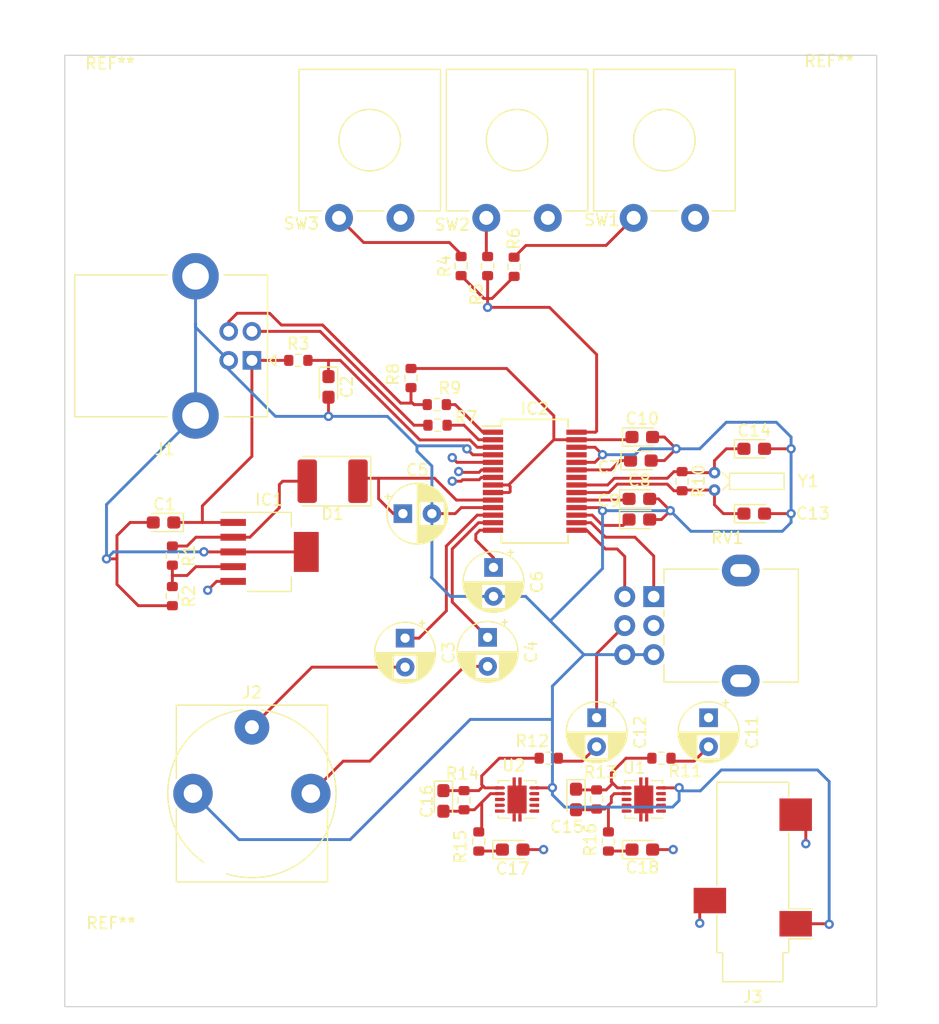
<source format=kicad_pcb>
(kicad_pcb (version 20211014) (generator pcbnew)
  (layers (0 "F.Cu" signal) (1 "In1.Cu" signal) (2 "In2.Cu" signal) (31 "B.Cu" signal) (34 "B.Paste" user) (35 "F.Paste" user) (36 "B.SilkS" user "B.Silkscreen") (37 "F.SilkS" user "F.Silkscreen") (38 "B.Mask" user) (39 "F.Mask" user) (44 "Edge.Cuts" user))
  (net 0 "")
  (net 1 "Net-(C1-Pad1)")
  (net 2 "GND")
  (net 3 "Net-(C2-Pad1)")
  (net 4 "/VINL")
  (net 5 "Net-(C3-Pad2)")
  (net 6 "/VINR")
  (net 7 "Net-(C4-Pad2)")
  (net 8 "Net-(C5-Pad1)")
  (net 9 "Net-(C6-Pad1)")
  (net 10 "Net-(C7-Pad1)")
  (net 11 "Net-(C8-Pad1)")
  (net 12 "Net-(C9-Pad1)")
  (net 13 "Net-(C10-Pad1)")
  (net 14 "Net-(C11-Pad1)")
  (net 15 "Net-(C11-Pad2)")
  (net 16 "Net-(C12-Pad1)")
  (net 17 "Net-(C12-Pad2)")
  (net 18 "Net-(C13-Pad1)")
  (net 19 "Net-(C14-Pad1)")
  (net 20 "Net-(C15-Pad1)")
  (net 21 "Net-(C15-Pad2)")
  (net 22 "Net-(C16-Pad1)")
  (net 23 "Net-(C16-Pad2)")
  (net 24 "Net-(C17-Pad1)")
  (net 25 "Net-(C17-Pad2)")
  (net 26 "Net-(C18-Pad1)")
  (net 27 "Net-(C18-Pad2)")
  (net 28 "/VCCCI")
  (net 29 "Net-(IC1-Pad4)")
  (net 30 "/ENABLE")
  (net 31 "Net-(IC2-Pad1)")
  (net 32 "Net-(IC2-Pad2)")
  (net 33 "Net-(IC2-Pad5)")
  (net 34 "Net-(IC2-Pad6)")
  (net 35 "Net-(IC2-Pad7)")
  (net 36 "/VOUTR")
  (net 37 "/VOUTL")
  (net 40 "Net-(J1-Pad2)")
  (net 41 "Net-(J1-Pad3)")
  (net 42 "Net-(R4-Pad2)")
  (net 43 "Net-(R5-Pad2)")
  (net 44 "Net-(R6-Pad2)")
  (footprint "Capacitor_Tantalum_SMD:CP_EIA-2012-15_AVX-P" (layer "F.Cu") (at 89.7905 124.46)
    (fp_text reference "C18")
    (fp_text value "CAP")
  )
  (footprint "Button_Switch_THT:SW_CW_GPTS203211B" (layer "F.Cu") (at 63.644 70.012 90)
    (fp_text reference "SW3")
    (fp_text value "SW_Push")
  )
  (footprint "Capacitor_THT:CP_Radial_D5.0mm_P2.50mm" (layer "F.Cu") (at 69.152888 95.504)
    (fp_text reference "C5")
    (fp_text value "CAP")
  )
  (footprint "Button_Switch_THT:SW_CW_GPTS203211B" (layer "F.Cu") (at 89.044 70.012 90)
    (fp_text reference "SW1")
    (fp_text value "SW_Push")
  )
  (footprint "Resistor_SMD:R_0603_1608Metric" (layer "F.Cu") (at 91.44 116.586 180)
    (fp_text reference "R11")
    (fp_text value "R")
  )
  (footprint "Resistor_SMD:R_0603_1608Metric" (layer "F.Cu") (at 72.073 86.106)
    (fp_text reference "R9")
    (fp_text value "R")
  )
  (footprint "Capacitor_Tantalum_SMD:CP_EIA-2012-15_AVX-P" (layer "F.Cu") (at 78.6145 124.46)
    (fp_text reference "C17")
    (fp_text value "CAP")
  )
  (footprint "Resistor_SMD:R_0603_1608Metric" (layer "F.Cu") (at 93.218 92.71 -90)
    (fp_text reference "R10")
    (fp_text value "R")
  )
  (footprint "MountingHole:MountingHole_2.2mm_M2" (layer "F.Cu") (at 43.9 59.9)
    (fp_text reference "REF**")
    (fp_text value "MountingHole_2.2mm_M2")
  )
  (footprint "Resistor_SMD:R_0603_1608Metric" (layer "F.Cu") (at 76.454 74.168 90)
    (fp_text reference "R5")
    (fp_text value "R")
  )
  (footprint "Capacitor_Tantalum_SMD:CP_EIA-2012-15_AVX-P" (layer "F.Cu") (at 99.4395 95.504)
    (fp_text reference "C13")
    (fp_text value "CAP")
  )
  (footprint "Capacitor_Tantalum_SMD:CP_EIA-2012-15_AVX-P" (layer "F.Cu") (at 72.644 120.2675 -90)
    (fp_text reference "C16")
    (fp_text value "CAP")
  )
  (footprint "Capacitor_Tantalum_SMD:CP_EIA-2012-15_AVX-P" (layer "F.Cu") (at 89.7875 88.9)
    (fp_text reference "C10")
    (fp_text value "CAP")
  )
  (footprint "Package_SO:SSOP-28_5.3x10.2mm_P0.65mm" (layer "F.Cu") (at 80.518 92.71)
    (fp_text reference "IC2")
    (fp_text value "PCM2900CDB")
  )
  (footprint "Capacitor_Tantalum_SMD:CP_EIA-2012-15_AVX-P" (layer "F.Cu") (at 99.4395 89.916)
    (fp_text reference "C14")
    (fp_text value "CAP")
  )
  (footprint "MountingHole:MountingHole_2.2mm_M2" (layer "F.Cu") (at 105.9 59.7)
    (fp_text reference "REF**")
    (fp_text value "MountingHole_2.2mm_M2")
  )
  (footprint "Capacitor_THT:CP_Radial_D5.0mm_P2.50mm" (layer "F.Cu") (at 95.504 113.094888 -90)
    (fp_text reference "C11")
    (fp_text value "CAP")
  )
  (footprint "Capacitor_THT:CP_Radial_D5.0mm_P2.50mm" (layer "F.Cu") (at 85.852 113.094888 -90)
    (fp_text reference "C12")
    (fp_text value "CAP")
  )
  (footprint "Resistor_SMD:R_0603_1608Metric" (layer "F.Cu") (at 85.852 120.142 -90)
    (fp_text reference "R13")
    (fp_text value "R")
  )
  (footprint "Connector_Audio:Jack_3.5mm_CUI_SJ-3523-SMT_Horizontal" (layer "F.Cu") (at 99.314 127.254 180)
    (fp_text reference "J3")
    (fp_text value "AudioJack3")
  )
  (footprint "Capacitor_Tantalum_SMD:CP_EIA-2012-15_AVX-P" (layer "F.Cu") (at 84.074 120.142 -90)
    (fp_text reference "C15")
    (fp_text value "CAP")
  )
  (footprint "Package_SON:Texas_S-PVSON-N10" (layer "F.Cu") (at 78.994 120.142 180)
    (fp_text reference "U2")
    (fp_text value "OPA1622")
  )
  (footprint "Potentiometer_THT:Potentiometer_Alpha_RD902F-40-00D_Dual_Vertical" (layer "F.Cu") (at 90.775 102.656)
    (fp_text reference "RV1")
    (fp_text value "R_Potentiometer_Dual")
  )
  (footprint "Resistor_SMD:R_0603_1608Metric" (layer "F.Cu") (at 74.422 120.205 -90)
    (fp_text reference "R14")
    (fp_text value "R")
  )
  (footprint "Resistor_SMD:R_0603_1608Metric" (layer "F.Cu") (at 49.276 102.616 -90)
    (fp_text reference "R2")
    (fp_text value "R")
  )
  (footprint "Capacitor_THT:CP_Radial_D5.0mm_P2.50mm" (layer "F.Cu") (at 69.342 106.236888 -90)
    (fp_text reference "C3")
    (fp_text value "CAP")
  )
  (footprint "Package_SON:Texas_S-PVSON-N10" (layer "F.Cu") (at 89.916 120.142 180)
    (fp_text reference "U1")
    (fp_text value "OPA1622")
  )
  (footprint "Connector_USB:USB_B_Lumberg_2411_02_Horizontal" (layer "F.Cu") (at 56.134 82.296 180)
    (fp_text reference "J1")
    (fp_text value "USB_B")
  )
  (footprint "Resistor_SMD:R_0603_1608Metric" (layer "F.Cu") (at 74.168 74.168 90)
    (fp_text reference "R4")
    (fp_text value "R")
  )
  (footprint "Diode_SMD:D_2114_3652Metric" (layer "F.Cu") (at 63.0905 92.71 180)
    (fp_text reference "D1")
    (fp_text value "D_Schottky")
  )
  (footprint "Resistor_SMD:R_0603_1608Metric" (layer "F.Cu") (at 69.85 83.82 -90)
    (fp_text reference "R8")
    (fp_text value "R")
  )
  (footprint "Capacitor_THT:CP_Radial_D5.0mm_P2.50mm" (layer "F.Cu") (at 76.962 100.140888 -90)
    (fp_text reference "C6")
    (fp_text value "CAP")
  )
  (footprint "Button_Switch_THT:SW_CW_GPTS203211B" (layer "F.Cu") (at 76.344 70.012 90)
    (fp_text reference "SW2")
    (fp_text value "SW_Push")
  )
  (footprint "Resistor_SMD:R_0603_1608Metric" (layer "F.Cu") (at 78.74 74.231 90)
    (fp_text reference "R6")
    (fp_text value "R")
  )
  (footprint "Resistor_SMD:R_0603_1608Metric" (layer "F.Cu") (at 72.136 87.884)
    (fp_text reference "R7")
    (fp_text value "R")
  )
  (footprint "Capacitor_Tantalum_SMD:CP_EIA-2012-15_AVX-P" (layer "F.Cu") (at 89.5365 94.234)
    (fp_text reference "C8")
    (fp_text value "CAP")
  )
  (footprint "Resistor_SMD:R_0603_1608Metric" (layer "F.Cu") (at 86.868 123.761 -90)
    (fp_text reference "R16")
    (fp_text value "R")
  )
  (footprint "Resistor_SMD:R_0603_1608Metric" (layer "F.Cu") (at 81.725 116.586 180)
    (fp_text reference "R12")
    (fp_text value "R")
  )
  (footprint "Capacitor_Tantalum_SMD:CP_EIA-2012-15_AVX-P" (layer "F.Cu") (at 48.514 96.266 180)
    (fp_text reference "C1")
    (fp_text value "CAP")
  )
  (footprint "Package_TO_SOT_SMD:SOT-223-6" (layer "F.Cu") (at 57.658 98.806)
    (fp_text reference "IC1")
    (fp_text value "REG103GA-A")
  )
  (footprint "Crystal:Crystal_DS10_D1.0mm_L4.3mm_Horizontal" (layer "F.Cu") (at 96.012 93.472 90)
    (fp_text reference "Y1")
    (fp_text value "Crystal")
  )
  (footprint "MountingHole:MountingHole_2.2mm_M2" (layer "F.Cu") (at 44 134)
    (fp_text reference "REF**")
    (fp_text value "MountingHole_2.2mm_M2")
  )
  (footprint "Capacitor_Tantalum_SMD:CP_EIA-2012-15_AVX-P" (layer "F.Cu") (at 62.738 84.582 -90)
    (fp_text reference "C2")
    (fp_text value "CAP")
  )
  (footprint "Resistor_SMD:R_0603_1608Metric" (layer "F.Cu") (at 75.692 123.761 -90)
    (fp_text reference "R15")
    (fp_text value "R")
  )
  (footprint "Resistor_SMD:R_0603_1608Metric" (layer "F.Cu") (at 60.135 82.296)
    (fp_text reference "R3")
    (fp_text value "R")
  )
  (footprint "Resistor_SMD:R_0603_1608Metric" (layer "F.Cu") (at 49.276 99.123 -90)
    (fp_text reference "R1")
    (fp_text value "R")
  )
  (footprint "Capacitor_Tantalum_SMD:CP_EIA-2012-15_AVX-P" (layer "F.Cu") (at 89.5365 96.012)
    (fp_text reference "C9")
    (fp_text value "CAP")
  )
  (footprint "Capacitor_Tantalum_SMD:CP_EIA-2012-15_AVX-P" (layer "F.Cu") (at 89.662 90.932)
    (fp_text reference "C7")
    (fp_text value "CAP")
  )
  (footprint "Connector_Audio:Jack_6.35mm_Neutrik_NJ3FD-V_Vertical" (layer "F.Cu") (at 56.134 113.914)
    (fp_text reference "J2")
    (fp_text value "AudioJack3")
  )
  (footprint "Capacitor_THT:CP_Radial_D5.0mm_P2.50mm" (layer "F.Cu") (at 76.454 106.172 -90)
    (fp_text reference "C4")
    (fp_text value "CAP")
  )
  (gr_rect (start 110 138) (end 40 56) (layer "Edge.Cuts") (width 0.1) (fill none))
  (segment (start 56.134 82.296) (end 56.134 90.566) (width 0.25) (layer "F.Cu") (net 1))
  (segment (start 56.134 90.566) (end 51.866 94.834) (width 0.25) (layer "F.Cu") (net 1))
  (segment (start 51.866 96.266) (end 49.4015 96.266) (width 0.25) (layer "F.Cu") (net 1))
  (segment (start 54.5205 96.266) (end 51.866 96.266) (width 0.25) (layer "F.Cu") (net 1))
  (segment (start 56.134 82.296) (end 59.31 82.296) (width 0.25) (layer "F.Cu") (net 1))
  (segment (start 51.866 94.834) (end 51.866 96.266) (width 0.25) (layer "F.Cu") (net 1))
  (segment (start 91.676 119.142) (end 92.948 119.142) (width 0.25) (layer "F.Cu") (net 2))
  (segment (start 84.118 91.085) (end 85.699 91.085) (width 0.25) (layer "F.Cu") (net 2))
  (segment (start 54.5205 98.806) (end 52.006 98.806) (width 0.25) (layer "F.Cu") (net 2))
  (segment (start 73.66 95.504) (end 71.652888 95.504) (width 0.25) (layer "F.Cu") (net 2))
  (segment (start 44.5 101.6) (end 44.5 99.4) (width 0.25) (layer "F.Cu") (net 2))
  (segment (start 76.918 94.985) (end 74.179 94.985) (width 0.25) (layer "F.Cu") (net 2))
  (segment (start 82.026 119.142) (end 82.042 119.126) (width 0.25) (layer "F.Cu") (net 2))
  (segment (start 74.179 94.985) (end 73.66 95.504) (width 0.25) (layer "F.Cu") (net 2))
  (segment (start 86.095 94.985) (end 86.36 95.25) (width 0.25) (layer "F.Cu") (net 2))
  (segment (start 91.694 88.9) (end 92.71 89.916) (width 0.25) (layer "F.Cu") (net 2))
  (segment (start 100.327 89.916) (end 102.616 89.916) (width 0.25) (layer "F.Cu") (net 2))
  (segment (start 43.6 99.4) (end 44.5 99.4) (width 0.25) (layer "F.Cu") (net 2))
  (segment (start 52.006 98.806) (end 52 98.8) (width 0.25) (layer "F.Cu") (net 2))
  (segment (start 91.44 96.012) (end 92.202 95.25) (width 0.25) (layer "F.Cu") (net 2))
  (segment (start 62.738 85.4695) (end 62.738 87.122) (width 0.25) (layer "F.Cu") (net 2))
  (segment (start 84.118 94.985) (end 86.095 94.985) (width 0.25) (layer "F.Cu") (net 2))
  (segment (start 85.699 91.085) (end 86.36 90.424) (width 0.25) (layer "F.Cu") (net 2))
  (segment (start 91.186 94.234) (end 92.202 95.25) (width 0.25) (layer "F.Cu") (net 2))
  (segment (start 44.5 97.4) (end 45.634 96.266) (width 0.25) (layer "F.Cu") (net 2))
  (segment (start 49.276 103.441) (end 46.341 103.441) (width 0.25) (layer "F.Cu") (net 2))
  (segment (start 75.186402 90.435) (end 76.918 90.435) (width 0.25) (layer "F.Cu") (net 2))
  (segment (start 92.948 119.142) (end 92.964 119.126) (width 0.25) (layer "F.Cu") (net 2))
  (segment (start 44.5 99.4) (end 44.5 97.4) (width 0.25) (layer "F.Cu") (net 2))
  (segment (start 90.424 96.012) (end 91.44 96.012) (width 0.25) (layer "F.Cu") (net 2))
  (segment (start 105.854 130.854) (end 105.9 130.9) (width 0.25) (layer "F.Cu") (net 2))
  (segment (start 90.675 88.9) (end 91.694 88.9) (width 0.25) (layer "F.Cu") (net 2))
  (segment (start 45.634 96.266) (end 47.6265 96.266) (width 0.25) (layer "F.Cu") (net 2))
  (segment (start 46.341 103.441) (end 44.5 101.6) (width 0.25) (layer "F.Cu") (net 2))
  (segment (start 60.8205 98.806) (end 54.5205 98.806) (width 0.25) (layer "F.Cu") (net 2))
  (segment (start 91.694 90.932) (end 92.71 89.916) (width 0.25) (layer "F.Cu") (net 2))
  (segment (start 90.5495 90.932) (end 91.694 90.932) (width 0.25) (layer "F.Cu") (net 2))
  (segment (start 80.754 119.142) (end 82.026 119.142) (width 0.25) (layer "F.Cu") (net 2))
  (segment (start 74.671701 89.920299) (end 75.186402 90.435) (width 0.25) (layer "F.Cu") (net 2))
  (segment (start 85.721 89.785) (end 86.36 90.424) (width 0.25) (layer "F.Cu") (net 2))
  (segment (start 100.327 95.504) (end 102.616 95.504) (width 0.25) (layer "F.Cu") (net 2))
  (segment (start 90.424 94.234) (end 91.186 94.234) (width 0.25) (layer "F.Cu") (net 2))
  (segment (start 103.014 130.854) (end 105.854 130.854) (width 0.25) (layer "F.Cu") (net 2))
  (segment (start 84.118 89.785) (end 85.721 89.785) (width 0.25) (layer "F.Cu") (net 2))
  (via (at 52 98.8) (size 0.8) (drill 0.4) (layers "F.Cu" "B.Cu") (net 2))
  (via (at 102.616 95.504) (size 0.8) (drill 0.4) (layers "F.Cu" "B.Cu") (net 2))
  (via (at 82.042 119.126) (size 0.8) (drill 0.4) (layers "F.Cu" "B.Cu") (net 2))
  (via (at 92.964 119.126) (size 0.8) (drill 0.4) (layers "F.Cu" "B.Cu") (net 2))
  (via (at 92.71 89.916) (size 0.8) (drill 0.4) (layers "F.Cu" "B.Cu") (net 2))
  (via (at 102.616 89.916) (size 0.8) (drill 0.4) (layers "F.Cu" "B.Cu") (net 2))
  (via (at 74.671701 89.920299) (size 0.8) (drill 0.4) (layers "F.Cu" "B.Cu") (net 2))
  (via (at 86.36 95.25) (size 0.8) (drill 0.4) (layers "F.Cu" "B.Cu") (net 2))
  (via (at 62.738 87.122) (size 0.8) (drill 0.4) (layers "F.Cu" "B.Cu") (net 2))
  (via (at 43.6 99.4) (size 0.8) (drill 0.4) (layers "F.Cu" "B.Cu") (net 2))
  (via (at 105.9 130.9) (size 0.8) (drill 0.4) (layers "F.Cu" "B.Cu") (net 2))
  (via (at 86.36 90.424) (size 0.8) (drill 0.4) (layers "F.Cu" "B.Cu") (net 2))
  (via (at 92.202 95.25) (size 0.8) (drill 0.4) (layers "F.Cu" "B.Cu") (net 2))
  (segment (start 102.616 89.916) (end 102.616 95.504) (width 0.25) (layer "B.Cu") (net 2))
  (segment (start 74.413402 89.662) (end 70.362 89.662) (width 0.25) (layer "B.Cu") (net 2))
  (segment (start 104.9 117.6) (end 96.6 117.6) (width 0.25) (layer "B.Cu") (net 2))
  (segment (start 70.358 89.662) (end 67.818 87.122) (width 0.25) (layer "B.Cu") (net 2))
  (segment (start 51.274 79.126) (end 51.274 75.046) (width 0.25) (layer "B.Cu") (net 2))
  (segment (start 51.274 87.046) (end 43.6 94.72) (width 0.25) (layer "B.Cu") (net 2))
  (segment (start 82.042 119.126) (end 82.042 119.742) (width 0.25) (layer "B.Cu") (net 2))
  (segment (start 71.652888 100.947112) (end 71.652888 95.504) (width 0.25) (layer "B.Cu") (net 2))
  (segment (start 93.98 97.028) (end 101.854 97.028) (width 0.25) (layer "B.Cu") (net 2))
  (segment (start 54.134 82.296) (end 51.274 79.436) (width 0.25) (layer "B.Cu") (net 2))
  (segment (start 54.134 83.09) (end 58.166 87.122) (width 0.25) (layer "B.Cu") (net 2))
  (segment (start 86.36 95.25) (end 86.36 100.24) (width 0.25) (layer "B.Cu") (net 2))
  (segment (start 92.71 89.916) (end 94.742 89.916) (width 0.25) (layer "B.Cu") (net 2))
  (segment (start 54.134 82.296) (end 54.134 83.09) (width 0.25) (layer "B.Cu") (net 2))
  (segment (start 83.1 120.8) (end 92.4 120.8) (width 0.25) (layer "B.Cu") (net 2))
  (segment (start 81.85 104.75) (end 84.756 107.656) (width 0.25) (layer "B.Cu") (net 2))
  (segment (start 93.238 119.4) (end 92.964 119.126) (width 0.25) (layer "B.Cu") (net 2))
  (segment (start 52 98.8) (end 44.2 98.8) (width 0.25) (layer "B.Cu") (net 2))
  (segment (start 97.028 87.63) (end 101.346 87.63) (width 0.25) (layer "B.Cu") (net 2))
  (segment (start 51.274 87.046) (end 51.274 79.126) (width 0.25) (layer "B.Cu") (net 2))
  (segment (start 89.154 90.424) (end 89.662 89.916) (width 0.25) (layer "B.Cu") (net 2))
  (segment (start 51.054 119.634) (end 55.02 123.6) (width 0.25) (layer "B.Cu") (net 2))
  (segment (start 92.202 95.25) (end 93.98 97.028) (width 0.25) (layer "B.Cu") (net 2))
  (segment (start 84.756 107.656) (end 82.042 110.37) (width 0.25) (layer "B.Cu") (net 2))
  (segment (start 70.362 89.662) (end 70.358 89.662) (width 0.25) (layer "B.Cu") (net 2))
  (segment (start 86.36 95.25) (end 92.202 95.25) (width 0.25) (layer "B.Cu") (net 2))
  (segment (start 79.740888 102.640888) (end 81.85 104.75) (width 0.25) (layer "B.Cu") (net 2))
  (segment (start 70.362 90.114919) (end 70.362 89.662) (width 0.25) (layer "B.Cu") (net 2))
  (segment (start 51.274 79.436) (end 51.274 79.126) (width 0.25) (layer "B.Cu") (net 2))
  (segment (start 43.6 94.72) (end 43.6 99.4) (width 0.25) (layer "B.Cu") (net 2))
  (segment (start 86.36 90.424) (end 89.154 90.424) (width 0.25) (layer "B.Cu") (net 2))
  (segment (start 89.662 89.916) (end 92.71 89.916) (width 0.25) (layer "B.Cu") (net 2))
  (segment (start 71.652888 95.504) (end 71.652888 91.405807) (width 0.25) (layer "B.Cu") (net 2))
  (segment (start 94.742 89.916) (end 97.028 87.63) (width 0.25) (layer "B.Cu") (net 2))
  (segment (start 82.042 119.742) (end 83.1 120.8) (width 0.25) (layer "B.Cu") (net 2))
  (segment (start 44.2 98.8) (end 43.6 99.4) (width 0.25) (layer "B.Cu") (net 2))
  (segment (start 96.6 117.6) (end 94.8 119.4) (width 0.25) (layer "B.Cu") (net 2))
  (segment (start 55.02 123.6) (end 64.6 123.6) (width 0.25) (layer "B.Cu") (net 2))
  (segment (start 94.8 119.4) (end 93.238 119.4) (width 0.25) (layer "B.Cu") (net 2))
  (segment (start 76.962 102.640888) (end 79.740888 102.640888) (width 0.25) (layer "B.Cu") (net 2))
  (segment (start 105.9 130.9) (end 105.9 118.6) (width 0.25) (layer "B.Cu") (net 2))
  (segment (start 105.9 118.6) (end 104.9 117.6) (width 0.25) (layer "B.Cu") (net 2))
  (segment (start 92.4 120.8) (end 92.964 120.236) (width 0.25) (layer "B.Cu") (net 2))
  (segment (start 71.652888 91.405807) (end 70.362 90.114919) (width 0.25) (layer "B.Cu") (net 2))
  (segment (start 101.854 97.028) (end 102.616 96.266) (width 0.25) (layer "B.Cu") (net 2))
  (segment (start 86.36 100.24) (end 81.85 104.75) (width 0.25) (layer "B.Cu") (net 2))
  (segment (start 102.616 88.9) (end 102.616 89.916) (width 0.25) (layer "B.Cu") (net 2))
  (segment (start 64.6 123.6) (end 74.958 113.242) (width 0.25) (layer "B.Cu") (net 2))
  (segment (start 73.240888 102.640888) (end 71.6 101) (width 0.25) (layer "B.Cu") (net 2))
  (segment (start 67.818 87.122) (end 62.738 87.122) (width 0.25) (layer "B.Cu") (net 2))
  (segment (start 88.275 107.656) (end 90.775 107.656) (width 0.25) (layer "B.Cu") (net 2))
  (segment (start 102.616 96.266) (end 102.616 95.504) (width 0.25) (layer "B.Cu") (net 2))
  (segment (start 101.346 87.63) (end 102.616 88.9) (width 0.25) (layer "B.Cu") (net 2))
  (segment (start 74.671701 89.920299) (end 74.413402 89.662) (width 0.25) (layer "B.Cu") (net 2))
  (segment (start 82.042 113.242) (end 82.042 119.126) (width 0.25) (layer "B.Cu") (net 2))
  (segment (start 76.962 102.640888) (end 73.240888 102.640888) (width 0.25) (layer "B.Cu") (net 2))
  (segment (start 58.166 87.122) (end 62.738 87.122) (width 0.25) (layer "B.Cu") (net 2))
  (segment (start 74.958 113.242) (end 82.042 113.242) (width 0.25) (layer "B.Cu") (net 2))
  (segment (start 84.756 107.656) (end 88.275 107.656) (width 0.25) (layer "B.Cu") (net 2))
  (segment (start 82.042 110.37) (end 82.042 113.242) (width 0.25) (layer "B.Cu") (net 2))
  (segment (start 71.6 101) (end 71.652888 100.947112) (width 0.25) (layer "B.Cu") (net 2))
  (segment (start 92.964 120.236) (end 92.964 119.126) (width 0.25) (layer "B.Cu") (net 2))
  (segment (start 70.612 89.154) (end 63.754 82.296) (width 0.25) (layer "F.Cu") (net 3))
  (segment (start 62.738 83.6945) (end 62.738 82.296) (width 0.25) (layer "F.Cu") (net 3))
  (segment (start 63.754 82.296) (end 62.738 82.296) (width 0.25) (layer "F.Cu") (net 3))
  (segment (start 74.93 89.154) (end 70.612 89.154) (width 0.25) (layer "F.Cu") (net 3))
  (segment (start 76.918 89.785) (end 75.561 89.785) (width 0.25) (layer "F.Cu") (net 3))
  (segment (start 62.738 82.296) (end 60.96 82.296) (width 0.25) (layer "F.Cu") (net 3))
  (segment (start 75.561 89.785) (end 74.93 89.154) (width 0.25) (layer "F.Cu") (net 3))
  (segment (start 75.561 95.635) (end 72.898 98.298) (width 0.25) (layer "F.Cu") (net 4))
  (segment (start 72.898 98.298) (end 72.898 103.886) (width 0.25) (layer "F.Cu") (net 4))
  (segment (start 76.918 95.635) (end 75.561 95.635) (width 0.25) (layer "F.Cu") (net 4))
  (segment (start 72.898 103.886) (end 70.547112 106.236888) (width 0.25) (layer "F.Cu") (net 4))
  (segment (start 70.547112 106.236888) (end 69.342 106.236888) (width 0.25) (layer "F.Cu") (net 4))
  (segment (start 69.342 108.736888) (end 61.311112 108.736888) (width 0.25) (layer "F.Cu") (net 5))
  (segment (start 61.311112 108.736888) (end 56.134 113.914) (width 0.25) (layer "F.Cu") (net 5))
  (segment (start 73.406 98.552) (end 73.406 103.124) (width 0.25) (layer "F.Cu") (net 6))
  (segment (start 75.673 96.285) (end 76.918 96.285) (width 0.25) (layer "F.Cu") (net 6))
  (segment (start 73.406 103.124) (end 76.454 106.172) (width 0.25) (layer "F.Cu") (net 6))
  (segment (start 73.406 98.552) (end 75.673 96.285) (width 0.25) (layer "F.Cu") (net 6))
  (segment (start 66.294 116.84) (end 64.008 116.84) (width 0.25) (layer "F.Cu") (net 7))
  (segment (start 64.008 116.84) (end 61.214 119.634) (width 0.25) (layer "F.Cu") (net 7))
  (segment (start 76.454 108.672) (end 74.462 108.672) (width 0.25) (layer "F.Cu") (net 7))
  (segment (start 74.462 108.672) (end 66.294 116.84) (width 0.25) (layer "F.Cu") (net 7))
  (segment (start 69.152888 95.504) (end 68.326 95.504) (width 0.25) (layer "F.Cu") (net 8))
  (segment (start 73.761 94.335) (end 71.882 92.456) (width 0.25) (layer "F.Cu") (net 8))
  (segment (start 76.918 94.335) (end 73.761 94.335) (width 0.25) (layer "F.Cu") (net 8))
  (segment (start 67.056 92.456) (end 65.532 92.456) (width 0.25) (layer "F.Cu") (net 8))
  (segment (start 68.326 95.504) (end 67.056 94.234) (width 0.25) (layer "F.Cu") (net 8))
  (segment (start 71.882 92.456) (end 67.056 92.456) (width 0.25) (layer "F.Cu") (net 8))
  (segment (start 65.532 92.456) (end 65.278 92.71) (width 0.25) (layer "F.Cu") (net 8))
  (segment (start 67.056 94.234) (end 67.056 92.456) (width 0.25) (layer "F.Cu") (net 8))
  (segment (start 75.785 96.935) (end 76.918 96.935) (width 0.25) (layer "F.Cu") (net 9))
  (segment (start 76.962 99.314) (end 75.438 97.79) (width 0.25) (layer "F.Cu") (net 9))
  (segment (start 76.962 100.140888) (end 76.962 99.314) (width 0.25) (layer "F.Cu") (net 9))
  (segment (start 75.438 97.282) (end 75.785 96.935) (width 0.25) (layer "F.Cu") (net 9))
  (segment (start 75.438 97.79) (end 75.438 97.282) (width 0.25) (layer "F.Cu") (net 9))
  (segment (start 87.081 91.735) (end 87.884 90.932) (width 0.25) (layer "F.Cu") (net 10))
  (segment (start 87.884 90.932) (end 88.7745 90.932) (width 0.25) (layer "F.Cu") (net 10))
  (segment (start 84.118 91.735) (end 87.081 91.735) (width 0.25) (layer "F.Cu") (net 10))
  (segment (start 88.548 94.335) (end 88.649 94.234) (width 0.25) (layer "F.Cu") (net 11))
  (segment (start 84.118 94.335) (end 88.548 94.335) (width 0.25) (layer "F.Cu") (net 11))
  (segment (start 86.36 96.52) (end 88.141 96.52) (width 0.25) (layer "F.Cu") (net 12))
  (segment (start 84.118 95.635) (end 85.475 95.635) (width 0.25) (layer "F.Cu") (net 12))
  (segment (start 88.141 96.52) (end 88.649 96.012) (width 0.25) (layer "F.Cu") (net 12))
  (segment (start 85.475 95.635) (end 86.36 96.52) (width 0.25) (layer "F.Cu") (net 12))
  (segment (start 78.265 93.035) (end 82.165 89.135) (width 0.25) (layer "F.Cu") (net 13))
  (segment (start 78.315 93.685) (end 78.4 93.6) (width 0.25) (layer "F.Cu") (net 13))
  (segment (start 82.165 89.135) (end 84.118 89.135) (width 0.25) (layer "F.Cu") (net 13))
  (segment (start 69.85 82.995) (end 78.095 82.995) (width 0.25) (layer "F.Cu") (net 13))
  (segment (start 78.4 93.6) (end 78.4 93.17) (width 0.25) (layer "F.Cu") (net 13))
  (segment (start 82.165 87.065) (end 82.165 89.135) (width 0.25) (layer "F.Cu") (net 13))
  (segment (start 76.918 93.035) (end 78.265 93.035) (width 0.25) (layer "F.Cu") (net 13))
  (segment (start 78.4 93.17) (end 78.265 93.035) (width 0.25) (layer "F.Cu") (net 13))
  (segment (start 76.918 93.685) (end 78.315 93.685) (width 0.25) (layer "F.Cu") (net 13))
  (segment (start 78.095 82.995) (end 82.165 87.065) (width 0.25) (layer "F.Cu") (net 13))
  (segment (start 88.665 89.135) (end 88.9 88.9) (width 0.25) (layer "F.Cu") (net 13))
  (segment (start 84.118 89.135) (end 88.665 89.135) (width 0.25) (layer "F.Cu") (net 13))
  (segment (start 94.258888 116.84) (end 92.519 116.84) (width 0.25) (layer "F.Cu") (net 15))
  (segment (start 92.519 116.84) (end 92.265 116.586) (width 0.25) (layer "F.Cu") (net 15))
  (segment (start 95.504 115.594888) (end 94.258888 116.84) (width 0.25) (layer "F.Cu") (net 15))
  (segment (start 88.275 105.156) (end 85.852 107.579) (width 0.25) (layer "F.Cu") (net 16))
  (segment (start 85.852 107.579) (end 85.852 113.094888) (width 0.25) (layer "F.Cu") (net 16))
  (segment (start 85.852 115.594888) (end 84.606888 116.84) (width 0.25) (layer "F.Cu") (net 17))
  (segment (start 82.804 116.84) (end 82.55 116.586) (width 0.25) (layer "F.Cu") (net 17))
  (segment (start 84.606888 116.84) (end 82.804 116.84) (width 0.25) (layer "F.Cu") (net 17))
  (segment (start 91.948 92.964) (end 92.519 93.535) (width 0.25) (layer "F.Cu") (net 18))
  (segment (start 87.63 92.964) (end 91.948 92.964) (width 0.25) (layer "F.Cu") (net 18))
  (segment (start 96.012 93.472) (end 96.012 94.742) (width 0.25) (layer "F.Cu") (net 18))
  (segment (start 93.218 93.535) (end 93.281 93.472) (width 0.25) (layer "F.Cu") (net 18))
  (segment (start 96.774 95.504) (end 98.552 95.504) (width 0.25) (layer "F.Cu") (net 18))
  (segment (start 86.909 93.685) (end 87.63 92.964) (width 0.25) (layer "F.Cu") (net 18))
  (segment (start 96.012 94.742) (end 96.774 95.504) (width 0.25) (layer "F.Cu") (net 18))
  (segment (start 84.118 93.685) (end 86.909 93.685) (width 0.25) (layer "F.Cu") (net 18))
  (segment (start 93.281 93.472) (end 96.012 93.472) (width 0.25) (layer "F.Cu") (net 18))
  (segment (start 92.519 93.535) (end 93.218 93.535) (width 0.25) (layer "F.Cu") (net 18))
  (segment (start 97.028 89.916) (end 98.552 89.916) (width 0.25) (layer "F.Cu") (net 19))
  (segment (start 87.376 92.456) (end 91.948 92.456) (width 0.25) (layer "F.Cu") (net 19))
  (segment (start 86.797 93.035) (end 87.376 92.456) (width 0.25) (layer "F.Cu") (net 19))
  (segment (start 96.012 91.972) (end 96.012 90.932) (width 0.25) (layer "F.Cu") (net 19))
  (segment (start 92.519 91.885) (end 93.218 91.885) (width 0.25) (layer "F.Cu") (net 19))
  (segment (start 96.012 90.932) (end 97.028 89.916) (width 0.25) (layer "F.Cu") (net 19))
  (segment (start 84.118 93.035) (end 86.797 93.035) (width 0.25) (layer "F.Cu") (net 19))
  (segment (start 93.218 91.885) (end 93.305 91.972) (width 0.25) (layer "F.Cu") (net 19))
  (segment (start 93.305 91.972) (end 96.012 91.972) (width 0.25) (layer "F.Cu") (net 19))
  (segment (start 91.948 92.456) (end 92.519 91.885) (width 0.25) (layer "F.Cu") (net 19))
  (segment (start 84.1365 119.317) (end 84.074 119.2545) (width 0.25) (layer "F.Cu") (net 20))
  (segment (start 88.392 116.586) (end 87.122 117.856) (width 0.25) (layer "F.Cu") (net 20))
  (segment (start 85.852 119.317) (end 84.1365 119.317) (width 0.25) (layer "F.Cu") (net 20))
  (segment (start 87.122 118.618) (end 87.249 118.745) (width 0.25) (layer "F.Cu") (net 20))
  (segment (start 85.852 119.317) (end 86.677 119.317) (width 0.25) (layer "F.Cu") (net 20))
  (segment (start 90.615 116.586) (end 88.392 116.586) (width 0.25) (layer "F.Cu") (net 20))
  (segment (start 87.122 117.856) (end 87.122 118.618) (width 0.25) (layer "F.Cu") (net 20))
  (segment (start 87.249 118.745) (end 87.646 119.142) (width 0.25) (layer "F.Cu") (net 20))
  (segment (start 87.646 119.142) (end 88.441 119.142) (width 0.25) (layer "F.Cu") (net 20))
  (segment (start 86.677 119.317) (end 87.249 118.745) (width 0.25) (layer "F.Cu") (net 20))
  (segment (start 86.868 122.936) (end 86.868 120.65) (width 0.25) (layer "F.Cu") (net 21))
  (segment (start 87.122 119.888) (end 87.368 119.642) (width 0.25) (layer "F.Cu") (net 21))
  (segment (start 84.074 121.0295) (end 85.7895 121.0295) (width 0.25) (layer "F.Cu") (net 21))
  (segment (start 85.7895 121.0295) (end 85.852 120.967) (width 0.25) (layer "F.Cu") (net 21))
  (segment (start 86.868 120.65) (end 87.122 120.396) (width 0.25) (layer "F.Cu") (net 21))
  (segment (start 87.368 119.642) (end 88.441 119.642) (width 0.25) (layer "F.Cu") (net 21))
  (segment (start 87.122 120.396) (end 87.122 119.888) (width 0.25) (layer "F.Cu") (net 21))
  (segment (start 85.852 120.967) (end 86.551 120.967) (width 0.25) (layer "F.Cu") (net 21))
  (segment (start 86.551 120.967) (end 86.868 120.65) (width 0.25) (layer "F.Cu") (net 21))
  (segment (start 76.216 119.142) (end 77.234 119.142) (width 0.25) (layer "F.Cu") (net 22))
  (segment (start 76.073 118.999) (end 76.216 119.142) (width 0.25) (layer "F.Cu") (net 22))
  (segment (start 74.422 119.38) (end 72.644 119.38) (width 0.25) (layer "F.Cu") (net 22))
  (segment (start 75.946 118.872) (end 76.073 118.999) (width 0.25) (layer "F.Cu") (net 22))
  (segment (start 75.692 119.38) (end 76.073 118.999) (width 0.25) (layer "F.Cu") (net 22))
  (segment (start 74.422 119.38) (end 75.692 119.38) (width 0.25) (layer "F.Cu") (net 22))
  (segment (start 77.47 116.586) (end 75.946 118.11) (width 0.25) (layer "F.Cu") (net 22))
  (segment (start 75.946 118.11) (end 75.946 118.872) (width 0.25) (layer "F.Cu") (net 22))
  (segment (start 80.9 116.586) (end 77.47 116.586) (width 0.25) (layer "F.Cu") (net 22))
  (segment (start 76.7 119.642) (end 77.519 119.642) (width 0.25) (layer "F.Cu") (net 23))
  (segment (start 75.692 122.936) (end 75.946 122.682) (width 0.25) (layer "F.Cu") (net 23))
  (segment (start 74.422 121.03) (end 75.312 121.03) (width 0.25) (layer "F.Cu") (net 23))
  (segment (start 75.312 121.03) (end 75.946 120.396) (width 0.25) (layer "F.Cu") (net 23))
  (segment (start 75.946 122.682) (end 75.946 120.396) (width 0.25) (layer "F.Cu") (net 23))
  (segment (start 75.946 120.396) (end 76.7 119.642) (width 0.25) (layer "F.Cu") (net 23))
  (segment (start 72.644 121.155) (end 74.297 121.155) (width 0.25) (layer "F.Cu") (net 23))
  (segment (start 74.297 121.155) (end 74.422 121.03) (width 0.25) (layer "F.Cu") (net 23))
  (segment (start 75.692 124.586) (end 77.601 124.586) (width 0.25) (layer "F.Cu") (net 24))
  (segment (start 77.601 124.586) (end 77.727 124.46) (width 0.25) (layer "F.Cu") (net 24))
  (segment (start 94.742 130.81) (end 94.742 129.726) (width 0.25) (layer "F.Cu") (net 25))
  (segment (start 79.502 124.46) (end 81.28 124.46) (width 0.25) (layer "F.Cu") (net 25))
  (segment (start 94.742 129.726) (end 95.614 128.854) (width 0.25) (layer "F.Cu") (net 25))
  (via (at 81.28 124.46) (size 0.8) (drill 0.4) (layers "F.Cu" "B.Cu") (net 25))
  (via (at 94.742 130.81) (size 0.8) (drill 0.4) (layers "F.Cu" "B.Cu") (net 25))
  (segment (start 88.777 124.586) (end 88.903 124.46) (width 0.25) (layer "F.Cu") (net 26))
  (segment (start 86.868 124.586) (end 88.777 124.586) (width 0.25) (layer "F.Cu") (net 26))
  (segment (start 90.678 124.46) (end 92.456 124.46) (width 0.25) (layer "F.Cu") (net 27))
  (segment (start 103.886 123.952) (end 103.886 122.326) (width 0.25) (layer "F.Cu") (net 27))
  (segment (start 103.886 122.326) (end 103.014 121.454) (width 0.25) (layer "F.Cu") (net 27))
  (via (at 92.456 124.46) (size 0.8) (drill 0.4) (layers "F.Cu" "B.Cu") (net 27))
  (via (at 103.886 123.952) (size 0.8) (drill 0.4) (layers "F.Cu" "B.Cu") (net 27))
  (segment (start 58.5 93) (end 58.79 92.71) (width 0.25) (layer "F.Cu") (net 28))
  (segment (start 50.546 98.298) (end 49.276 98.298) (width 0.25) (layer "F.Cu") (net 28))
  (segment (start 55.964 97.536) (end 58.5 95) (width 0.25) (layer "F.Cu") (net 28))
  (segment (start 54.5205 97.536) (end 55.964 97.536) (width 0.25) (layer "F.Cu") (net 28))
  (segment (start 54.5205 97.536) (end 51.308 97.536) (width 0.25) (layer "F.Cu") (net 28))
  (segment (start 58.79 92.71) (end 60.903 92.71) (width 0.25) (layer "F.Cu") (net 28))
  (segment (start 58.5 95) (end 58.5 93) (width 0.25) (layer "F.Cu") (net 28))
  (segment (start 51.308 97.536) (end 50.546 98.298) (width 0.25) (layer "F.Cu") (net 28))
  (segment (start 50.546 100.838) (end 49.276 100.838) (width 0.25) (layer "F.Cu") (net 29))
  (segment (start 51.308 100.076) (end 50.546 100.838) (width 0.25) (layer "F.Cu") (net 29))
  (segment (start 54.5205 100.076) (end 51.308 100.076) (width 0.25) (layer "F.Cu") (net 29))
  (segment (start 49.276 100.838) (end 49.276 101.791) (width 0.25) (layer "F.Cu") (net 29))
  (segment (start 49.276 99.948) (end 49.276 100.838) (width 0.25) (layer "F.Cu") (net 29))
  (segment (start 81.788 77.724) (end 85.852 81.788) (width 0.25) (layer "F.Cu") (net 30))
  (segment (start 78.74 75.056) (end 76.834 76.962) (width 0.25) (layer "F.Cu") (net 30))
  (segment (start 76.137 76.962) (end 74.168 74.993) (width 0.25) (layer "F.Cu") (net 30))
  (segment (start 76.454 77.724) (end 81.788 77.724) (width 0.25) (layer "F.Cu") (net 30))
  (segment (start 85.852 81.788) (end 85.852 88.392) (width 0.25) (layer "F.Cu") (net 30))
  (segment (start 76.834 76.962) (end 76.454 76.962) (width 0.25) (layer "F.Cu") (net 30))
  (segment (start 54.5205 101.346) (end 53.086 101.346) (width 0.25) (layer "F.Cu") (net 30))
  (segment (start 85.759 88.485) (end 84.118 88.485) (width 0.25) (layer "F.Cu") (net 30))
  (segment (start 76.454 76.962) (end 76.137 76.962) (width 0.25) (layer "F.Cu") (net 30))
  (segment (start 76.454 77.724) (end 76.454 76.962) (width 0.25) (layer "F.Cu") (net 30))
  (segment (start 85.852 88.392) (end 85.759 88.485) (width 0.25) (layer "F.Cu") (net 30))
  (segment (start 53.086 101.346) (end 52.324 102.108) (width 0.25) (layer "F.Cu") (net 30))
  (segment (start 76.454 74.993) (end 76.454 76.962) (width 0.25) (layer "F.Cu") (net 30))
  (via (at 52.324 102.108) (size 0.8) (drill 0.4) (layers "F.Cu" "B.Cu") (net 30))
  (via (at 76.454 77.724) (size 0.8) (drill 0.4) (layers "F.Cu" "B.Cu") (net 30))
  (segment (start 76.039 88.485) (end 73.66 86.106) (width 0.25) (layer "F.Cu") (net 31))
  (segment (start 76.918 88.485) (end 76.039 88.485) (width 0.25) (layer "F.Cu") (net 31))
  (segment (start 73.66 86.106) (end 72.898 86.106) (width 0.25) (layer "F.Cu") (net 31))
  (segment (start 74.422 87.884) (end 72.961 87.884) (width 0.25) (layer "F.Cu") (net 32))
  (segment (start 75.673 89.135) (end 74.422 87.884) (width 0.25) (layer "F.Cu") (net 32))
  (segment (start 76.918 89.135) (end 75.673 89.135) (width 0.25) (layer "F.Cu") (net 32))
  (segment (start 76.918 91.085) (end 73.813 91.085) (width 0.25) (layer "F.Cu") (net 33))
  (segment (start 73.813 91.085) (end 73.406 90.678) (width 0.25) (layer "F.Cu") (net 33))
  (via (at 73.406 90.678) (size 0.8) (drill 0.4) (layers "F.Cu" "B.Cu") (net 33))
  (segment (start 73.960424 91.878364) (end 74.03006 91.948) (width 0.25) (layer "F.Cu") (net 34))
  (segment (start 75.931 91.735) (end 76.918 91.735) (width 0.25) (layer "F.Cu") (net 34))
  (segment (start 74.03006 91.948) (end 75.718 91.948) (width 0.25) (layer "F.Cu") (net 34))
  (segment (start 75.718 91.948) (end 75.931 91.735) (width 0.25) (layer "F.Cu") (net 34))
  (via (at 73.960424 91.878364) (size 0.8) (drill 0.4) (layers "F.Cu" "B.Cu") (net 34))
  (segment (start 75.918 92.385) (end 76.918 92.385) (width 0.25) (layer "F.Cu") (net 35))
  (segment (start 75.718 92.585) (end 75.918 92.385) (width 0.25) (layer "F.Cu") (net 35))
  (segment (start 73.406 92.71) (end 74.178104 92.71) (width 0.25) (layer "F.Cu") (net 35))
  (segment (start 74.303104 92.585) (end 75.718 92.585) (width 0.25) (layer "F.Cu") (net 35))
  (segment (start 74.178104 92.71) (end 74.303104 92.585) (width 0.25) (layer "F.Cu") (net 35))
  (via (at 73.406 92.71) (size 0.8) (drill 0.4) (layers "F.Cu" "B.Cu") (net 35))
  (segment (start 86.614 98.552) (end 87.63 98.552) (width 0.25) (layer "F.Cu") (net 36))
  (segment (start 84.118 96.935) (end 84.997 96.935) (width 0.25) (layer "F.Cu") (net 36))
  (segment (start 84.997 96.935) (end 86.614 98.552) (width 0.25) (layer "F.Cu") (net 36))
  (segment (start 88.275 99.197) (end 88.275 102.656) (width 0.25) (layer "F.Cu") (net 36))
  (segment (start 87.63 98.552) (end 88.275 99.197) (width 0.25) (layer "F.Cu") (net 36))
  (segment (start 90.775 99.157) (end 90.775 102.656) (width 0.25) (layer "F.Cu") (net 37))
  (segment (start 86.614 97.536) (end 89.154 97.536) (width 0.25) (layer "F.Cu") (net 37))
  (segment (start 89.154 97.536) (end 90.775 99.157) (width 0.25) (layer "F.Cu") (net 37))
  (segment (start 84.118 96.285) (end 85.363 96.285) (width 0.25) (layer "F.Cu") (net 37))
  (segment (start 85.363 96.285) (end 86.614 97.536) (width 0.25) (layer "F.Cu") (net 37))
  (segment (start 62.016 79.796) (end 56.134 79.796) (width 0.25) (layer "F.Cu") (net 40))
  (segment (start 71.311 87.884) (end 70.104 87.884) (width 0.25) (layer "F.Cu") (net 40))
  (segment (start 70.104 87.884) (end 62.016 79.796) (width 0.25) (layer "F.Cu") (net 40))
  (segment (start 54.134 78.962) (end 54.864 78.232) (width 0.25) (layer "F.Cu") (net 41))
  (segment (start 54.864 78.232) (end 57.658 78.232) (width 0.25) (layer "F.Cu") (net 41))
  (segment (start 57.658 78.232) (end 58.674 79.248) (width 0.25) (layer "F.Cu") (net 41))
  (segment (start 58.674 79.248) (end 62.23 79.248) (width 0.25) (layer "F.Cu") (net 41))
  (segment (start 69.85 85.852) (end 69.85 84.645) (width 0.25) (layer "F.Cu") (net 41))
  (segment (start 71.248 86.106) (end 70.104 86.106) (width 0.25) (layer "F.Cu") (net 41))
  (segment (start 62.23 79.248) (end 68.961 85.979) (width 0.25) (layer "F.Cu") (net 41))
  (segment (start 70.104 86.106) (end 69.977 85.979) (width 0.25) (layer "F.Cu") (net 41))
  (segment (start 54.134 79.796) (end 54.134 78.962) (width 0.25) (layer "F.Cu") (net 41))
  (segment (start 68.961 85.979) (end 69.977 85.979) (width 0.25) (layer "F.Cu") (net 41))
  (segment (start 69.977 85.979) (end 69.85 85.852) (width 0.25) (layer "F.Cu") (net 41))
  (segment (start 74.168 73.152) (end 74.168 73.343) (width 0.25) (layer "F.Cu") (net 42))
  (segment (start 73.152 72.136) (end 74.168 73.152) (width 0.25) (layer "F.Cu") (net 42))
  (segment (start 63.644 70.012) (end 65.768 72.136) (width 0.25) (layer "F.Cu") (net 42))
  (segment (start 65.768 72.136) (end 73.152 72.136) (width 0.25) (layer "F.Cu") (net 42))
  (segment (start 76.344 70.012) (end 76.344 73.233) (width 0.25) (layer "F.Cu") (net 43))
  (segment (start 76.344 73.233) (end 76.454 73.343) (width 0.25) (layer "F.Cu") (net 43))
  (segment (start 89.044 70.012) (end 86.666 72.39) (width 0.25) (layer "F.Cu") (net 44))
  (segment (start 79.756 72.39) (end 78.74 73.406) (width 0.25) (layer "F.Cu") (net 44))
  (segment (start 86.666 72.39) (end 79.756 72.39) (width 0.25) (layer "F.Cu") (net 44))
)
</source>
